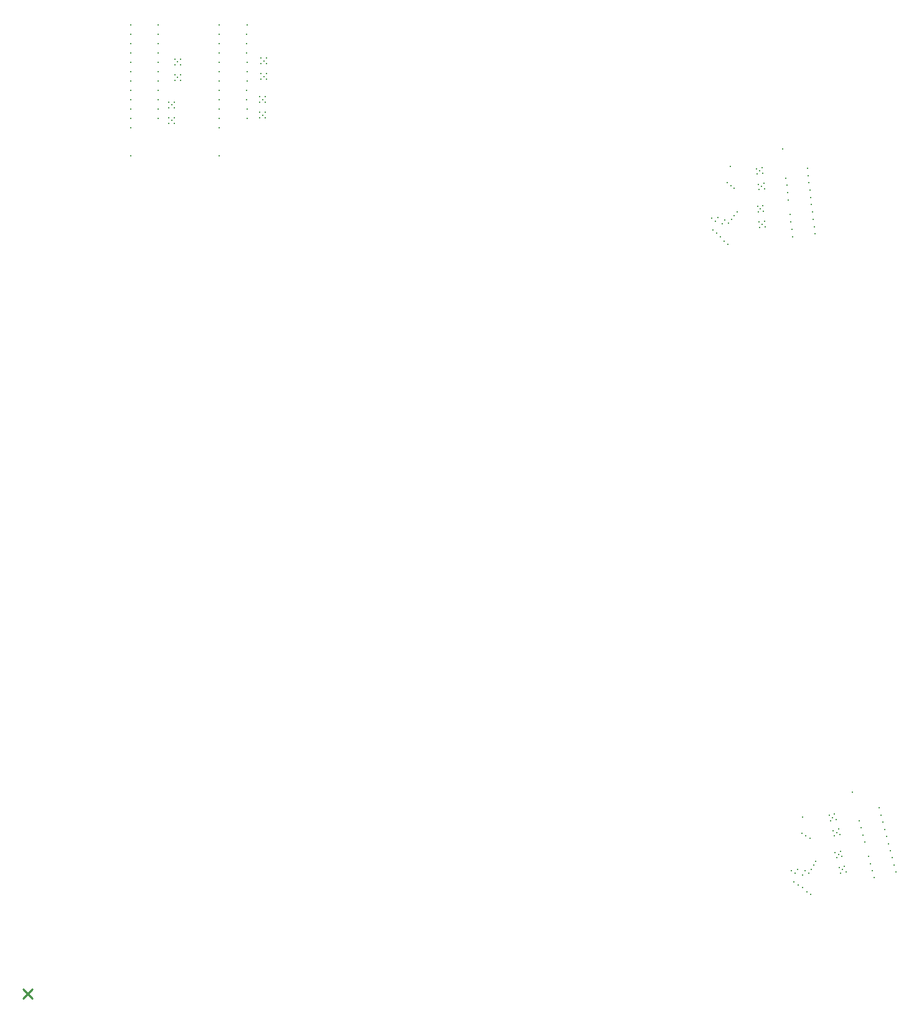
<source format=gbr>
*
G4_C Author: OrCAD GerbTool(tm) 8.1.1 Thu Jun 19 00:04:30 2003*
G4 Mass Parameters *
G4 Image *
G4 Aperture Definitions *
G4 Plot Data *
G4 Mass Parameters *
G4 Image *
G4 Aperture Definitions *
G4 Plot Data *
G4 Mass Parameters *
G4 Image *
G4 Aperture Definitions *
G4 Plot Data *
G4 Mass Parameters *
G4 Image *
G4 Aperture Definitions *
G4 Plot Data *
%LPD*%
%FSLAX34Y34*%
%MOIN*%
%AD*%
%ADD10R,0.050000X0.050000*%
%ADD11C,0.006000*%
%ADD12C,0.019000*%
%ADD13C,0.007900*%
%ADD14C,0.005000*%
%ADD15C,0.000800*%
%ADD16R,0.070000X0.025000*%
%ADD17R,0.068000X0.023000*%
%ADD18C,0.006000*%
%ADD19C,0.009800*%
%ADD20C,0.010000*%
%ADD21C,0.030000*%
%ADD22C,0.060000*%
%ADD23C,0.035000*%
%ADD24C,0.055000*%
%ADD25C,0.065000*%
%ADD256C,0.015000*%
%ADD257C,0.011000*%
%ADD258C,0.036000*%
G4_C OrCAD GerbTool Tool List *
G4_D256 2 0.0150 T 0 0*
G4_D257 1 0.0110 T 0 0*
G4_D258 3 0.0360 T 0 0*
G54D20*
G1X-3630Y-2645D2*
G1X-4130Y-3145D1*
G1X-3630Y-3145D2*
G1X-4130Y-2645D1*
G54D256*
G1X-3880Y-2895D3*
G54D257*
G1X7867Y48928D3*
G1X7865Y48428D3*
G1X7865Y47928D3*
G1X7866Y46927D3*
G1X7867Y46427D3*
G1X7866Y45927D3*
G1X7865Y45428D3*
G1X7865Y44928D3*
G1X7866Y44428D3*
G1X7866Y43927D3*
G1X6395Y48929D3*
G1X6395Y48429D3*
G1X6394Y47928D3*
G1X6394Y47429D3*
G1X6394Y46929D3*
G1X6394Y46428D3*
G1X6395Y45928D3*
G1X6395Y45429D3*
G1X6394Y44928D3*
G1X6395Y44429D3*
G1X6394Y43929D3*
G1X6395Y43428D3*
G1X6394Y41929D3*
G1X7865Y47428D3*
G1X8853Y43958D3*
G1X8853Y44259D3*
G1X8554Y43958D3*
G1X8554Y44258D3*
G1X8704Y44108D3*
G1X8853Y44798D3*
G1X8853Y45099D3*
G1X8553Y44798D3*
G1X8553Y45098D3*
G1X8703Y44948D3*
G1X8930Y46022D3*
G1X8930Y46322D3*
G1X8630Y46022D3*
G1X8630Y46322D3*
G1X8780Y46172D3*
G1X8929Y46862D3*
G1X8929Y47162D3*
G1X8630Y46862D3*
G1X8630Y47162D3*
G1X8780Y47012D3*
G1X3128Y48926D3*
G1X3126Y48426D3*
G1X3126Y47926D3*
G1X3126Y47426D3*
G1X3127Y46925D3*
G1X3128Y46425D3*
G1X3127Y45925D3*
G1X3126Y45426D3*
G1X3126Y44926D3*
G1X3127Y44426D3*
G1X3127Y43925D3*
G1X1656Y48927D3*
G1X1656Y48427D3*
G1X1655Y47926D3*
G1X1655Y47427D3*
G1X1655Y46927D3*
G1X1655Y46426D3*
G1X1656Y45926D3*
G1X1656Y45427D3*
G1X1655Y44926D3*
G1X1656Y44427D3*
G1X1655Y43927D3*
G1X1656Y43426D3*
G1X1655Y41926D3*
G1X3989Y43668D3*
G1X3989Y43968D3*
G1X3689Y43668D3*
G1X3689Y43968D3*
G1X3839Y43818D3*
G1X3988Y44508D3*
G1X3988Y44808D3*
G1X3688Y44508D3*
G1X3689Y44807D3*
G1X3838Y44658D3*
G1X4308Y45972D3*
G1X4308Y46272D3*
G1X4008Y45972D3*
G1X4008Y46272D3*
G1X4158Y46122D3*
G1X4307Y46812D3*
G1X4307Y47112D3*
G1X4007Y46812D3*
G1X4008Y47111D3*
G1X4157Y46962D3*
G1X37735Y3688D3*
G1X38059Y2430D3*
G1X37577Y5694D3*
G1X37791Y5568D3*
G1X38004Y5443D3*
G1X38325Y4202D3*
G1X38199Y3988D3*
G1X38074Y3775D3*
G1X37948Y3562D3*
G1X37014Y3684D3*
G1X37227Y3557D3*
G1X37610Y3474D3*
G1X37353Y3771D3*
G1X37605Y2788D3*
G1X37387Y2932D3*
G1X37839Y2583D3*
G1X37163Y3098D3*
G1X42614Y3621D3*
G1X42515Y4003D3*
G1X42417Y4384D3*
G1X42318Y4764D3*
G1X42219Y5146D3*
G1X42121Y5526D3*
G1X42022Y5908D3*
G1X41924Y6289D3*
G1X41825Y6671D3*
G1X41727Y7051D3*
G1X41451Y3320D3*
G1X41352Y3702D3*
G1X41254Y4082D3*
G1X41155Y4464D3*
G1X40958Y5225D3*
G1X40860Y5607D3*
G1X40761Y5988D3*
G1X40662Y6370D3*
G1X40269Y7893D3*
G1X39935Y3646D3*
G1X39860Y3936D3*
G1X39645Y3571D3*
G1X39570Y3861D3*
G1X39752Y3754D3*
G1X39724Y4459D3*
G1X39649Y4749D3*
G1X39433Y4384D3*
G1X39360Y4674D3*
G1X39541Y4567D3*
G1X39617Y5628D3*
G1X39542Y5919D3*
G1X39326Y5553D3*
G1X39251Y5844D3*
G1X39434Y5736D3*
G1X39405Y6441D3*
G1X39330Y6732D3*
G1X39115Y6366D3*
G1X39041Y6656D3*
G1X39223Y6549D3*
G1X37618Y6566D3*
G1X33454Y38490D3*
G1X33602Y37198D3*
G1X33574Y40498D3*
G1X33768Y40344D3*
G1X33962Y40190D3*
G1X34109Y38917D3*
G1X33956Y38723D3*
G1X33802Y38529D3*
G1X33648Y38335D3*
G1X32739Y38584D3*
G1X32933Y38429D3*
G1X33301Y38295D3*
G1X33087Y38624D3*
G1X33202Y37616D3*
G1X33006Y37789D3*
G1X33405Y37381D3*
G1X32807Y37983D3*
G1X38278Y37752D3*
G1X38232Y38145D3*
G1X38187Y38535D3*
G1X38142Y38925D3*
G1X38097Y39317D3*
G1X38052Y39707D3*
G1X38006Y40099D3*
G1X37961Y40490D3*
G1X37916Y40881D3*
G1X37871Y41272D3*
G1X37085Y37614D3*
G1X37039Y38006D3*
G1X36994Y38396D3*
G1X36949Y38787D3*
G1X36859Y39569D3*
G1X36813Y39961D3*
G1X36768Y40352D3*
G1X36723Y40743D3*
G1X36542Y42306D3*
G1X35628Y38145D3*
G1X35594Y38443D3*
G1X35330Y38111D3*
G1X35296Y38409D3*
G1X35462Y38277D3*
G1X35530Y38980D3*
G1X35496Y39278D3*
G1X35232Y38945D3*
G1X35199Y39242D3*
G1X35364Y39111D3*
G1X35585Y40153D3*
G1X35551Y40451D3*
G1X35287Y40118D3*
G1X35253Y40416D3*
G1X35419Y40284D3*
G1X35487Y40987D3*
G1X35453Y41285D3*
G1X35189Y40952D3*
G1X35156Y41250D3*
G1X35321Y41119D3*
G1X33734Y41356D3*
M2*

</source>
